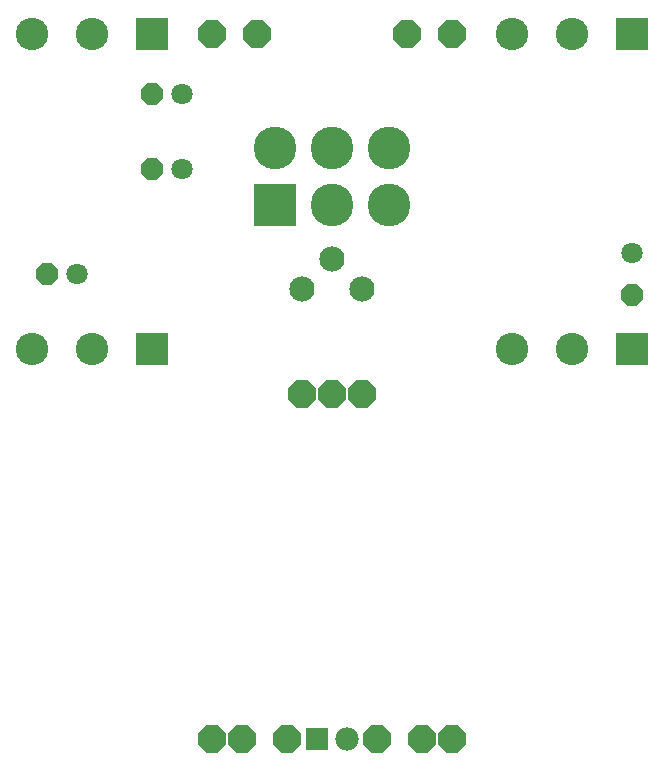
<source format=gbr>
G04 EAGLE Gerber RS-274X export*
G75*
%MOMM*%
%FSLAX34Y34*%
%LPD*%
%INSoldermask Bottom*%
%IPPOS*%
%AMOC8*
5,1,8,0,0,1.08239X$1,22.5*%
G01*
%ADD10P,2.556822X8X22.500000*%
%ADD11P,1.951982X8X202.500000*%
%ADD12C,1.803400*%
%ADD13C,1.981200*%
%ADD14R,1.981200X1.981200*%
%ADD15R,2.743200X2.743200*%
%ADD16C,2.743200*%
%ADD17P,2.556822X8X202.500000*%
%ADD18R,3.619200X3.619200*%
%ADD19C,3.619200*%
%ADD20C,2.133600*%
%ADD21P,1.951982X8X292.500000*%


D10*
X190500Y838200D03*
D11*
X139700Y787400D03*
D12*
X165100Y787400D03*
D11*
X139700Y723900D03*
D12*
X165100Y723900D03*
D11*
X50800Y635000D03*
D12*
X76200Y635000D03*
D13*
X304800Y241300D03*
D14*
X279400Y241300D03*
D15*
X139700Y838200D03*
D16*
X88900Y838200D03*
X38100Y838200D03*
D10*
X393700Y838200D03*
X228600Y838200D03*
X355600Y838200D03*
X330200Y241300D03*
X190500Y241300D03*
D17*
X254000Y241300D03*
D10*
X368300Y241300D03*
X393700Y241300D03*
D15*
X546100Y838200D03*
D16*
X495300Y838200D03*
X444500Y838200D03*
D15*
X139700Y571500D03*
D16*
X88900Y571500D03*
X38100Y571500D03*
D15*
X546100Y571500D03*
D16*
X495300Y571500D03*
X444500Y571500D03*
D10*
X292100Y533400D03*
X266700Y533400D03*
X317500Y533400D03*
X215900Y241300D03*
D18*
X243760Y693420D03*
D19*
X292060Y693420D03*
X340360Y693420D03*
X243760Y741720D03*
X292060Y741720D03*
X340360Y741720D03*
D20*
X266700Y622300D03*
X292100Y647700D03*
X317500Y622300D03*
D21*
X546100Y617220D03*
D12*
X546100Y652780D03*
M02*

</source>
